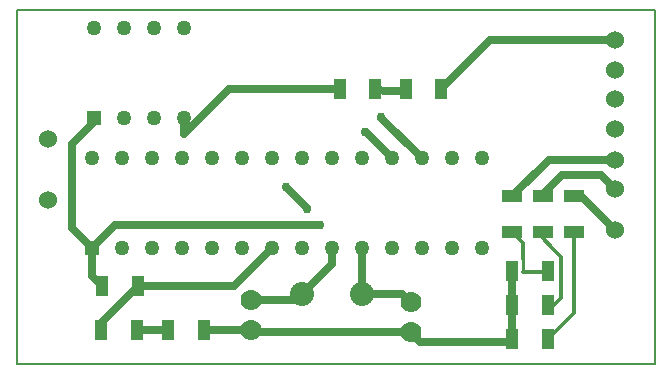
<source format=gbr>
G04 PROTEUS RS274X GERBER FILE*
%FSLAX45Y45*%
%MOMM*%
G01*
%ADD10C,0.635000*%
%ADD11C,0.304800*%
%ADD12C,0.254000*%
%ADD13C,0.762000*%
%ADD14R,1.270000X1.270000*%
%ADD15C,1.270000*%
%ADD16C,1.524000*%
%ADD17R,1.041400X1.803400*%
%ADD18R,1.092200X1.752600*%
%ADD19C,2.032000*%
%ADD70C,1.778000*%
%ADD71R,1.803400X1.041400*%
%ADD20C,0.203200*%
%TD.AperFunction*%
D10*
X-8910265Y+10304787D02*
X-8734628Y+10129150D01*
X-8734628Y+10122393D01*
X-8623068Y+9983144D02*
X-10362856Y+9983144D01*
X-10558000Y+9788000D01*
X-10727375Y+9957375D01*
X-10727375Y+10669129D01*
X-10540000Y+10856504D01*
X-10540000Y+10890000D01*
X-8018000Y+10550000D02*
X-8239043Y+10771043D01*
X-8242142Y+10771043D01*
X-7764000Y+10550000D02*
X-8108265Y+10894265D01*
X-8108265Y+10896648D01*
X-10170000Y+9470000D02*
X-9352000Y+9470000D01*
X-9034000Y+9788000D01*
X-10470000Y+9470000D02*
X-10558000Y+9558000D01*
X-10558000Y+9788000D01*
X-8778000Y+9400000D02*
X-8526000Y+9652000D01*
X-8526000Y+9788000D01*
X-8270000Y+9400000D02*
X-8270000Y+9786000D01*
X-8272000Y+9788000D01*
X-9210000Y+9350000D02*
X-8828000Y+9350000D01*
X-8778000Y+9400000D01*
X-8270000Y+9400000D02*
X-7930000Y+9400000D01*
X-7860000Y+9330000D01*
X-7860000Y+9076000D02*
X-9190000Y+9076000D01*
X-9210000Y+9096000D01*
X-6130000Y+10540000D02*
X-6690000Y+10540000D01*
X-7000000Y+10230000D01*
X-6130000Y+10290000D02*
X-6249896Y+10409896D01*
X-6580250Y+10409896D01*
X-6740000Y+10250146D01*
X-6740000Y+10230000D01*
X-6130000Y+9940000D02*
X-6420000Y+10230000D01*
X-6480000Y+10230000D01*
D11*
X-7000000Y+9930000D02*
X-6905407Y+9835407D01*
X-6905407Y+9694328D01*
D12*
X-6905407Y+9589934D01*
X-6904850Y+9589934D01*
D11*
X-6710066Y+9589934D01*
X-6700000Y+9600000D01*
X-6740000Y+9930000D02*
X-6740000Y+9872208D01*
X-6660361Y+9792569D01*
X-6584962Y+9717170D01*
X-6584962Y+9368450D01*
X-6643412Y+9310000D01*
X-6700000Y+9310000D01*
X-6480000Y+9930000D02*
X-6480000Y+9240000D01*
X-6700000Y+9020000D01*
D10*
X-7000000Y+9600000D02*
X-7000000Y+9310000D01*
X-7000000Y+9020000D01*
X-7000000Y+9000536D01*
X-7004368Y+8996168D01*
X-7780168Y+8996168D01*
X-7860000Y+9076000D01*
X-8460000Y+11140000D02*
X-9398000Y+11140000D01*
X-9778000Y+10760000D01*
X-9778000Y+10890000D01*
X-7600000Y+11140000D02*
X-7190000Y+11550000D01*
X-6130000Y+11550000D01*
X-7900000Y+11140000D02*
X-7900000Y+11120000D01*
X-8080000Y+11120000D01*
X-8130000Y+11130000D01*
X-8160000Y+11140000D01*
X-10170000Y+9470000D02*
X-10480000Y+9160000D01*
X-10480000Y+9100000D01*
X-9910000Y+9100000D02*
X-10180000Y+9100000D01*
X-9610000Y+9100000D02*
X-9214000Y+9100000D01*
X-9210000Y+9096000D01*
D13*
X-8910265Y+10304787D03*
X-8734628Y+10122393D03*
X-8623068Y+9983144D03*
X-8242142Y+10771043D03*
X-8108265Y+10896648D03*
D14*
X-10558000Y+9788000D03*
D15*
X-10304000Y+9788000D03*
X-10050000Y+9788000D03*
X-9796000Y+9788000D03*
X-9542000Y+9788000D03*
X-9288000Y+9788000D03*
X-9034000Y+9788000D03*
X-8780000Y+9788000D03*
X-8526000Y+9788000D03*
X-8272000Y+9788000D03*
X-8018000Y+9788000D03*
X-7764000Y+9788000D03*
X-7510000Y+9788000D03*
X-7256000Y+9788000D03*
X-7256000Y+10550000D03*
X-7510000Y+10550000D03*
X-7764000Y+10550000D03*
X-8018000Y+10550000D03*
X-8272000Y+10550000D03*
X-8526000Y+10550000D03*
X-8780000Y+10550000D03*
X-9034000Y+10550000D03*
X-9288000Y+10550000D03*
X-9542000Y+10550000D03*
X-9796000Y+10550000D03*
X-10050000Y+10550000D03*
X-10304000Y+10550000D03*
X-10556000Y+10550000D03*
D14*
X-10540000Y+10890000D03*
D15*
X-10286000Y+10890000D03*
X-10032000Y+10890000D03*
X-9778000Y+10890000D03*
X-9778000Y+11652000D03*
X-10032000Y+11652000D03*
X-10286000Y+11652000D03*
X-10540000Y+11652000D03*
D16*
X-6130000Y+10290000D03*
X-6130000Y+10540000D03*
X-6130000Y+10800000D03*
X-6130000Y+11050000D03*
X-10930000Y+10200000D03*
X-10930000Y+10710000D03*
X-6130000Y+11300000D03*
X-6130000Y+11550000D03*
X-6130000Y+9940000D03*
X-6130000Y+10290000D03*
D17*
X-10470000Y+9470000D03*
X-10170000Y+9470000D03*
D18*
X-6700000Y+9310000D03*
X-7000000Y+9310000D03*
D19*
X-8270000Y+9400000D03*
X-8778000Y+9400000D03*
D70*
X-7860000Y+9076000D03*
X-7860000Y+9330000D03*
X-9210000Y+9096000D03*
X-9210000Y+9350000D03*
D18*
X-6700000Y+9020000D03*
X-7000000Y+9020000D03*
X-6700000Y+9600000D03*
X-7000000Y+9600000D03*
D71*
X-7000000Y+9930000D03*
X-7000000Y+10230000D03*
X-6740000Y+9930000D03*
X-6740000Y+10230000D03*
X-6480000Y+9930000D03*
X-6480000Y+10230000D03*
D17*
X-7900000Y+11140000D03*
X-7600000Y+11140000D03*
X-10480000Y+9100000D03*
X-10180000Y+9100000D03*
D18*
X-8160000Y+11140000D03*
X-8460000Y+11140000D03*
X-9910000Y+9100000D03*
X-9610000Y+9100000D03*
D20*
X-11190000Y+8810000D02*
X-5790000Y+8810000D01*
X-5790000Y+11810000D01*
X-11190000Y+11810000D01*
X-11190000Y+8810000D01*
M02*

</source>
